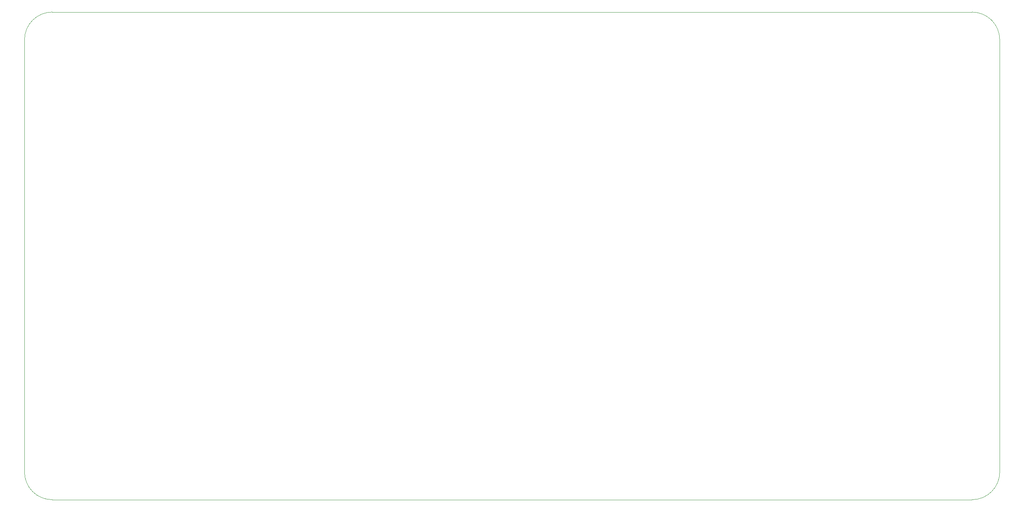
<source format=gbr>
%TF.GenerationSoftware,KiCad,Pcbnew,9.0.0*%
%TF.CreationDate,2025-07-28T21:00:41+03:00*%
%TF.ProjectId,cyberia,63796265-7269-4612-9e6b-696361645f70,v1.0.0*%
%TF.SameCoordinates,Original*%
%TF.FileFunction,Profile,NP*%
%FSLAX46Y46*%
G04 Gerber Fmt 4.6, Leading zero omitted, Abs format (unit mm)*
G04 Created by KiCad (PCBNEW 9.0.0) date 2025-07-28 21:00:41*
%MOMM*%
%LPD*%
G01*
G04 APERTURE LIST*
%TA.AperFunction,Profile*%
%ADD10C,0.050000*%
%TD*%
G04 APERTURE END LIST*
D10*
X314960000Y-177800000D02*
G75*
G02*
X308610000Y-184150000I-6350000J0D01*
G01*
X91440000Y-78740000D02*
G75*
G02*
X97790000Y-72390000I6350000J0D01*
G01*
X314960000Y-78740000D02*
X314960000Y-177800000D01*
X308610000Y-72390000D02*
G75*
G02*
X314960000Y-78740000I0J-6350000D01*
G01*
X97790000Y-184150000D02*
G75*
G02*
X91440000Y-177800000I0J6350000D01*
G01*
X91440000Y-177800000D02*
X91440000Y-78740000D01*
X97790000Y-72390000D02*
X308610000Y-72390000D01*
X308610000Y-184150000D02*
X97790000Y-184150000D01*
M02*

</source>
